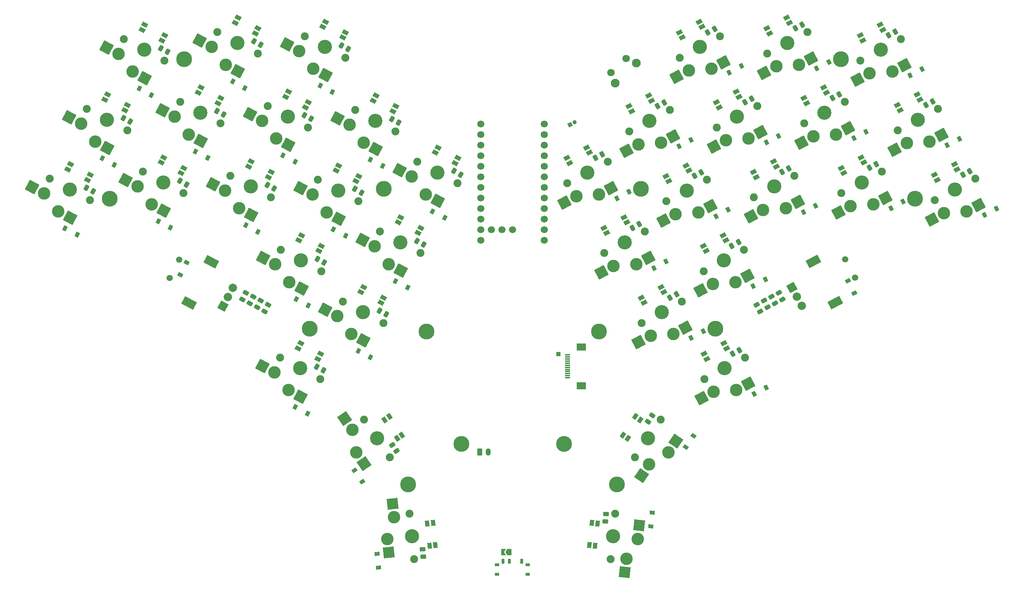
<source format=gbs>
G04 #@! TF.GenerationSoftware,KiCad,Pcbnew,8.0.1*
G04 #@! TF.CreationDate,2025-01-05T22:43:36+02:00*
G04 #@! TF.ProjectId,DeeDee_v1,44656544-6565-45f7-9631-2e6b69636164,v1.0.0*
G04 #@! TF.SameCoordinates,Original*
G04 #@! TF.FileFunction,Soldermask,Bot*
G04 #@! TF.FilePolarity,Negative*
%FSLAX46Y46*%
G04 Gerber Fmt 4.6, Leading zero omitted, Abs format (unit mm)*
G04 Created by KiCad (PCBNEW 8.0.1) date 2025-01-05 22:43:36*
%MOMM*%
%LPD*%
G01*
G04 APERTURE LIST*
G04 Aperture macros list*
%AMRoundRect*
0 Rectangle with rounded corners*
0 $1 Rounding radius*
0 $2 $3 $4 $5 $6 $7 $8 $9 X,Y pos of 4 corners*
0 Add a 4 corners polygon primitive as box body*
4,1,4,$2,$3,$4,$5,$6,$7,$8,$9,$2,$3,0*
0 Add four circle primitives for the rounded corners*
1,1,$1+$1,$2,$3*
1,1,$1+$1,$4,$5*
1,1,$1+$1,$6,$7*
1,1,$1+$1,$8,$9*
0 Add four rect primitives between the rounded corners*
20,1,$1+$1,$2,$3,$4,$5,0*
20,1,$1+$1,$4,$5,$6,$7,0*
20,1,$1+$1,$6,$7,$8,$9,0*
20,1,$1+$1,$8,$9,$2,$3,0*%
%AMHorizOval*
0 Thick line with rounded ends*
0 $1 width*
0 $2 $3 position (X,Y) of the first rounded end (center of the circle)*
0 $4 $5 position (X,Y) of the second rounded end (center of the circle)*
0 Add line between two ends*
20,1,$1,$2,$3,$4,$5,0*
0 Add two circle primitives to create the rounded ends*
1,1,$1,$2,$3*
1,1,$1,$4,$5*%
%AMRotRect*
0 Rectangle, with rotation*
0 The origin of the aperture is its center*
0 $1 length*
0 $2 width*
0 $3 Rotation angle, in degrees counterclockwise*
0 Add horizontal line*
21,1,$1,$2,0,0,$3*%
%AMFreePoly0*
4,1,6,1.000000,0.000000,0.500000,-0.750000,-0.500000,-0.750000,-0.500000,0.750000,0.500000,0.750000,1.000000,0.000000,1.000000,0.000000,$1*%
%AMFreePoly1*
4,1,6,0.500000,-0.750000,-0.650000,-0.750000,-0.150000,0.000000,-0.650000,0.750000,0.500000,0.750000,0.500000,-0.750000,0.500000,-0.750000,$1*%
G04 Aperture macros list end*
%ADD10C,3.800000*%
%ADD11R,1.300000X0.300000*%
%ADD12R,2.200000X1.800000*%
%ADD13RoundRect,0.250000X0.519855X0.034014X0.226279X0.469259X-0.519855X-0.034014X-0.226279X-0.469259X0*%
%ADD14RoundRect,0.250000X0.474974X-0.214024X0.420096X0.308100X-0.474974X0.214024X-0.420096X-0.308100X0*%
%ADD15RoundRect,0.250000X0.443036X0.274090X-0.020512X0.520563X-0.443036X-0.274090X0.020512X-0.520563X0*%
%ADD16RoundRect,0.250000X-0.020512X-0.520563X0.443036X-0.274090X0.020512X0.520563X-0.443036X0.274090X0*%
%ADD17RotRect,1.000000X1.000000X118.000000*%
%ADD18HorizOval,1.000000X0.000000X0.000000X0.000000X0.000000X0*%
%ADD19RoundRect,0.250000X0.420096X-0.308100X0.474974X0.214024X-0.420096X0.308100X-0.474974X-0.214024X0*%
%ADD20RoundRect,0.250000X0.226279X-0.469259X0.519855X-0.034014X-0.226279X0.469259X-0.519855X0.034014X0*%
%ADD21RoundRect,0.250000X0.274090X-0.443036X0.520563X0.020512X-0.274090X0.443036X-0.520563X-0.020512X0*%
%ADD22RotRect,3.200000X2.000000X152.000000*%
%ADD23C,1.500000*%
%ADD24RotRect,2.000000X2.000000X152.000000*%
%ADD25C,2.000000*%
%ADD26RotRect,3.200000X2.000000X28.000000*%
%ADD27RotRect,2.000000X2.000000X28.000000*%
%ADD28RoundRect,0.240000X-0.360000X-0.635000X0.360000X-0.635000X0.360000X0.635000X-0.360000X0.635000X0*%
%ADD29O,1.200000X1.750000*%
%ADD30RoundRect,0.090000X-0.210000X-0.535000X0.210000X-0.535000X0.210000X0.535000X-0.210000X0.535000X0*%
%ADD31RoundRect,0.105000X0.445000X-0.245000X0.445000X0.245000X-0.445000X0.245000X-0.445000X-0.245000X0*%
%ADD32C,1.800000*%
%ADD33C,2.100000*%
%ADD34RoundRect,0.250000X0.520563X-0.020512X0.274090X0.443036X-0.520563X0.020512X-0.274090X-0.443036X0*%
%ADD35RotRect,1.400000X1.000000X28.000000*%
%ADD36RotRect,0.900000X1.200000X96.000000*%
%ADD37C,1.900000*%
%ADD38C,3.000000*%
%ADD39C,3.400000*%
%ADD40RotRect,2.600000X2.600000X152.000000*%
%ADD41RotRect,0.900000X1.200000X124.000000*%
%ADD42RotRect,1.400000X1.000000X332.000000*%
%ADD43RotRect,2.600000X2.600000X208.000000*%
%ADD44RotRect,0.900000X1.200000X152.000000*%
%ADD45RotRect,0.900000X1.200000X62.000000*%
%ADD46RotRect,2.600000X2.600000X264.000000*%
%ADD47RotRect,0.900000X1.200000X208.000000*%
%ADD48RotRect,1.400000X1.000000X84.000000*%
%ADD49C,1.700000*%
%ADD50FreePoly0,180.000000*%
%ADD51FreePoly1,180.000000*%
%ADD52RotRect,1.400000X1.000000X56.000000*%
%ADD53RotRect,1.400000X1.000000X304.000000*%
%ADD54RotRect,2.600000X2.600000X236.000000*%
%ADD55RotRect,2.600000X2.600000X96.000000*%
%ADD56RotRect,2.600000X2.600000X124.000000*%
%ADD57RotRect,0.900000X1.200000X264.000000*%
%ADD58R,1.000000X1.000000*%
%ADD59RotRect,0.900000X1.200000X236.000000*%
%ADD60RotRect,0.900000X1.200000X118.000000*%
%ADD61RotRect,1.400000X1.000000X276.000000*%
G04 APERTURE END LIST*
D10*
X193525000Y-160925000D03*
D11*
X219056467Y-144986688D03*
X219056468Y-144486689D03*
X219056467Y-143986688D03*
X219056466Y-143486687D03*
X219056466Y-142986689D03*
X219056467Y-142486688D03*
X219056467Y-141986688D03*
X219056466Y-141486687D03*
X219056466Y-140986689D03*
X219056467Y-140486688D03*
X219056470Y-139986688D03*
X219056467Y-139486688D03*
D12*
X222306466Y-137586688D03*
X222306466Y-146886688D03*
D10*
X218200000Y-160925000D03*
D13*
X178014106Y-162621365D03*
X176993576Y-161108373D03*
D14*
X184401861Y-188005294D03*
X184211097Y-186190294D03*
D15*
X169579444Y-100490099D03*
X167968062Y-99633315D03*
X193397521Y-96165841D03*
X191786139Y-95309057D03*
X160457012Y-143207555D03*
X158845630Y-142350771D03*
D16*
X258458503Y-113275592D03*
X260069885Y-112418808D03*
D10*
X157118565Y-133164714D03*
D17*
X219605556Y-84222313D03*
D18*
X220726899Y-83626083D03*
D16*
X291541037Y-94552725D03*
X293152419Y-93695941D03*
X261619832Y-78750153D03*
X263231214Y-77893369D03*
D15*
X178499407Y-83714091D03*
X176888025Y-82857307D03*
D19*
X228099570Y-179551858D03*
X228290334Y-177736858D03*
D16*
X270539794Y-95526153D03*
X272151176Y-94669369D03*
X313950702Y-96228138D03*
X315562084Y-95371354D03*
D15*
X166418115Y-65964656D03*
X164806733Y-65107872D03*
X127576949Y-98543237D03*
X125965567Y-97686453D03*
D10*
X254494365Y-133164711D03*
D20*
X238351970Y-155574546D03*
X239372502Y-154061554D03*
D16*
X240618582Y-79723584D03*
X242229964Y-78866800D03*
X273701113Y-61000716D03*
X275312495Y-60143932D03*
D15*
X175557605Y-129717851D03*
X173946223Y-128861067D03*
D21*
X140970743Y-126178518D03*
X141827529Y-124567139D03*
X142758711Y-127129199D03*
X143615499Y-125517818D03*
X144546681Y-128079880D03*
X145403469Y-126468499D03*
X146334651Y-129030559D03*
X147191437Y-127419180D03*
D22*
X128239013Y-127028304D03*
X133497094Y-117139291D03*
D23*
X123513741Y-121004867D03*
X125861099Y-116590129D03*
D24*
X136316481Y-127812203D03*
D25*
X138663838Y-123397467D03*
X137490160Y-125604835D03*
D16*
X243560382Y-125727347D03*
X245171764Y-124870563D03*
D10*
X185150000Y-133900000D03*
D16*
X258660978Y-139217045D03*
X260272360Y-138360261D03*
D10*
X230872274Y-170597886D03*
D16*
X225720466Y-92175336D03*
X227331848Y-91318552D03*
D26*
X278078279Y-117068654D03*
X283336360Y-126957667D03*
D23*
X285714275Y-116519491D03*
X288061630Y-120934228D03*
D27*
X272911534Y-123326828D03*
D25*
X275258891Y-127741566D03*
X274085212Y-125534195D03*
D16*
X282621078Y-77776722D03*
X284232460Y-76919938D03*
D10*
X284635100Y-68438087D03*
D16*
X252699872Y-61974153D03*
X254311254Y-61117369D03*
D10*
X126977827Y-68438087D03*
D28*
X198006462Y-162821682D03*
D29*
X200006464Y-162821684D03*
D16*
X296110784Y-62676130D03*
X297722166Y-61819346D03*
D10*
X236654447Y-99612701D03*
X226550000Y-133900000D03*
D30*
X208056467Y-189101038D03*
X205056468Y-189101040D03*
X203556469Y-189101040D03*
D31*
X209506469Y-192251040D03*
X209506469Y-189951041D03*
X202106467Y-192251037D03*
X202106467Y-189951038D03*
D15*
X105167283Y-100218644D03*
X103555901Y-99361860D03*
X123007199Y-66666638D03*
X121395817Y-65809854D03*
D10*
X174958486Y-99612703D03*
X302475018Y-101990096D03*
D32*
X233096433Y-68248242D03*
X229454579Y-71674156D03*
D33*
X230439162Y-74180268D03*
X235537760Y-69383987D03*
D15*
X160659484Y-117266102D03*
X159048102Y-116409318D03*
D10*
X109137913Y-101990096D03*
D15*
X184477559Y-112941845D03*
X182866177Y-112085061D03*
X157498154Y-82740662D03*
X155886772Y-81883878D03*
X136496904Y-81767234D03*
X134885522Y-80910450D03*
X114087243Y-83442640D03*
X112475861Y-82585856D03*
D10*
X180740646Y-170597884D03*
D34*
X265278285Y-129030559D03*
X264421499Y-127419180D03*
X267066255Y-128079880D03*
X266209469Y-126468499D03*
X268854223Y-127129199D03*
X267997437Y-125517818D03*
X270642193Y-126178518D03*
X269785407Y-124567139D03*
D16*
X249538543Y-96499590D03*
X251149925Y-95642806D03*
D15*
X148578196Y-99516662D03*
X146966814Y-98659878D03*
D16*
X305030744Y-79452133D03*
X306642126Y-78595349D03*
X234640426Y-108951339D03*
X236251808Y-108094555D03*
D15*
X145416866Y-64991222D03*
X143805484Y-64134438D03*
D35*
X269131860Y-94236145D03*
X268474599Y-93000017D03*
X263706682Y-95535163D03*
X264363943Y-96771291D03*
D36*
X173667328Y-190629234D03*
X173322384Y-187347312D03*
D35*
X290133113Y-93262711D03*
X289475852Y-92026583D03*
X284707935Y-94561729D03*
X285365196Y-95797857D03*
D37*
X177764560Y-85815024D03*
D38*
X170114992Y-88486469D03*
D39*
X172908348Y-83232930D03*
D38*
X166733092Y-84196626D03*
D37*
X168052136Y-80650836D03*
D40*
X173006647Y-90023989D03*
X163841438Y-82659106D03*
D35*
X257253052Y-137927030D03*
X256595791Y-136690902D03*
X251827874Y-139226048D03*
X252485135Y-140462176D03*
D41*
X169767937Y-169977718D03*
X167922601Y-167241894D03*
D42*
X168250232Y-97744718D03*
X168907493Y-96508590D03*
X164139576Y-93973444D03*
X163482315Y-95209572D03*
D35*
X224312540Y-90885320D03*
X223655279Y-89649192D03*
X218887362Y-92184338D03*
X219544623Y-93420466D03*
D37*
X299052997Y-63603383D03*
D38*
X296990141Y-71439016D03*
D39*
X294196785Y-66185477D03*
D38*
X291542565Y-71843888D03*
D37*
X289340573Y-68767571D03*
D43*
X299881795Y-69901497D03*
X288650912Y-73381408D03*
D37*
X144682021Y-67092160D03*
D38*
X137032453Y-69763605D03*
D39*
X139825809Y-64510066D03*
D38*
X133650553Y-65473762D03*
D37*
X134969597Y-61927972D03*
D40*
X139924108Y-71301125D03*
X130758899Y-63936242D03*
D42*
X183148352Y-110196469D03*
X183805613Y-108960341D03*
X179037696Y-106425195D03*
X178380435Y-107661323D03*
D44*
X162590785Y-76331274D03*
X159677057Y-74782020D03*
X189570193Y-106532456D03*
X186656465Y-104983202D03*
D45*
X126060987Y-120218702D03*
X127610241Y-117304974D03*
D42*
X174228389Y-126972471D03*
X174885650Y-125736343D03*
X170117733Y-123201197D03*
X169460472Y-124437325D03*
D44*
X156629682Y-153574168D03*
X153715954Y-152024914D03*
X156832156Y-127632716D03*
X153918428Y-126083462D03*
D42*
X165088903Y-63219277D03*
X165746164Y-61983149D03*
X160978247Y-59448003D03*
X160320986Y-60684131D03*
D37*
X316892915Y-97155395D03*
D38*
X314830059Y-104991028D03*
D39*
X312036703Y-99737489D03*
D38*
X309382483Y-105395900D03*
D37*
X307180491Y-102319583D03*
D43*
X317721713Y-103453509D03*
X306490830Y-106933420D03*
D42*
X103838074Y-97473268D03*
X104495335Y-96237140D03*
X99727418Y-93701994D03*
X99070157Y-94938122D03*
D37*
X230513559Y-177631168D03*
D39*
X229938650Y-183101039D03*
D38*
X235856054Y-183722983D03*
X233145467Y-188465630D03*
D37*
X229363741Y-188570910D03*
D46*
X236198386Y-180465925D03*
X232803135Y-191722689D03*
D42*
X121677993Y-63921259D03*
X122335254Y-62685131D03*
X117567337Y-60149985D03*
X116910076Y-61386113D03*
D47*
X257604024Y-104612746D03*
X254690296Y-106161998D03*
D37*
X168844602Y-102591030D03*
D38*
X161195034Y-105262475D03*
D39*
X163988390Y-100008936D03*
D38*
X157813134Y-100972632D03*
D37*
X159132178Y-97426842D03*
D40*
X164086689Y-106799995D03*
X154921480Y-99435112D03*
D35*
X248130619Y-95209577D03*
X247473358Y-93973449D03*
X242705441Y-96508595D03*
X243362702Y-97744723D03*
D42*
X156168944Y-79995285D03*
X156826205Y-78759157D03*
X152058288Y-76224011D03*
X151401027Y-77460139D03*
D37*
X261603192Y-140144298D03*
D38*
X259540336Y-147979931D03*
D39*
X256746980Y-142726392D03*
D38*
X254092760Y-148384803D03*
D37*
X251890768Y-145308486D03*
D43*
X262431990Y-146442412D03*
X251201107Y-149922323D03*
D47*
X313096221Y-87565287D03*
X310182493Y-89114539D03*
D37*
X159722164Y-145308493D03*
D38*
X152072596Y-147979938D03*
D39*
X154865952Y-142726399D03*
D38*
X148690696Y-143690095D03*
D37*
X150009740Y-140144305D03*
D40*
X154964251Y-149517458D03*
X145799042Y-142152575D03*
D47*
X260765351Y-70087306D03*
X257851623Y-71636558D03*
X304176264Y-70789282D03*
X301262536Y-72338534D03*
X233785942Y-100288489D03*
X230872214Y-101837741D03*
D37*
X228662678Y-93102585D03*
D38*
X226599822Y-100938218D03*
D39*
X223806466Y-95684679D03*
D38*
X221152246Y-101343090D03*
D37*
X218950254Y-98266773D03*
D43*
X229491476Y-99400699D03*
X218260593Y-102880610D03*
D44*
X119179876Y-77033251D03*
X116266148Y-75483997D03*
D37*
X264562046Y-79677411D03*
D38*
X262499190Y-87513044D03*
D39*
X259705834Y-82259505D03*
D38*
X257051614Y-87917916D03*
D37*
X254849622Y-84841599D03*
D43*
X265390844Y-85975525D03*
X254159961Y-89455436D03*
D44*
X165752114Y-110856710D03*
X162838386Y-109307456D03*
D47*
X242705904Y-117064491D03*
X239792176Y-118613743D03*
D44*
X174672074Y-94080707D03*
X171758346Y-92531453D03*
D37*
X126842106Y-100644169D03*
D38*
X119192538Y-103315614D03*
D39*
X121985894Y-98062075D03*
D38*
X115810638Y-99025771D03*
D37*
X117129682Y-95479981D03*
D40*
X122084193Y-104853134D03*
X112918984Y-97488251D03*
D37*
X113352400Y-85543573D03*
D38*
X105702832Y-88215018D03*
D39*
X108496188Y-82961479D03*
D38*
X102320932Y-83925175D03*
D37*
X103639976Y-80379385D03*
D40*
X108594487Y-89752538D03*
X99429278Y-82387655D03*
D47*
X322016183Y-104341294D03*
X319102455Y-105890546D03*
D37*
X276643333Y-61927973D03*
D38*
X274580477Y-69763606D03*
D39*
X271787121Y-64510067D03*
D38*
X269132901Y-70168478D03*
D37*
X266930909Y-67092161D03*
D43*
X277472131Y-68226087D03*
X266241248Y-71705998D03*
D44*
X141589536Y-75357844D03*
X138675808Y-73808590D03*
D35*
X233232497Y-107661323D03*
X232575236Y-106425195D03*
X227807319Y-108960341D03*
X228464580Y-110196469D03*
X239210654Y-78433569D03*
X238553393Y-77197441D03*
X233785476Y-79732587D03*
X234442737Y-80968715D03*
D47*
X290686560Y-85889877D03*
X287772832Y-87439129D03*
X299606518Y-102665878D03*
X296692790Y-104215130D03*
D37*
X261400713Y-114202844D03*
D38*
X259337857Y-122038477D03*
D39*
X256544501Y-116784938D03*
D38*
X253890281Y-122443349D03*
D37*
X251688289Y-119367032D03*
D43*
X262229511Y-120500958D03*
X250998628Y-123980869D03*
D48*
X226242788Y-179997717D03*
X224850458Y-179851378D03*
X224286004Y-185221797D03*
X225678334Y-185368136D03*
D42*
X159127795Y-140462175D03*
X159785056Y-139226047D03*
X155017139Y-136690901D03*
X154359878Y-137927029D03*
D49*
X213426466Y-83984679D03*
X213426467Y-86524677D03*
X213426466Y-89064678D03*
X213426466Y-91604682D03*
X213426465Y-94144678D03*
X213426466Y-96684678D03*
X213426465Y-99224678D03*
X213426467Y-101764676D03*
X213426466Y-104304678D03*
X213426467Y-106844679D03*
X213426466Y-109384677D03*
X213426466Y-111924678D03*
X198186466Y-111924678D03*
X198186466Y-109384677D03*
X198186465Y-106844679D03*
X198186466Y-104304678D03*
X198186466Y-101764674D03*
X198186467Y-99224678D03*
X198186466Y-96684678D03*
X198186467Y-94144678D03*
X198186465Y-91604680D03*
X198186466Y-89064678D03*
X198186465Y-86524677D03*
X198186466Y-83984679D03*
X200726466Y-109384678D03*
X203266466Y-109384679D03*
X205806466Y-109384678D03*
D37*
X104432441Y-102319578D03*
D38*
X96782873Y-104991023D03*
D39*
X99576229Y-99737484D03*
D38*
X93400973Y-100701180D03*
D37*
X94720017Y-97155390D03*
D40*
X99674528Y-106528543D03*
X90509319Y-99163660D03*
D50*
X205075000Y-186850000D03*
D51*
X203625000Y-186850000D03*
D37*
X255642082Y-62901400D03*
D38*
X253579226Y-70737033D03*
D39*
X250785870Y-65483494D03*
D38*
X248131650Y-71141905D03*
D37*
X245929658Y-68065588D03*
D43*
X256470880Y-69199514D03*
X245239997Y-72679425D03*
D37*
X135762064Y-83868162D03*
D38*
X128112496Y-86539607D03*
D39*
X130905852Y-81286068D03*
D38*
X124730596Y-82249764D03*
D37*
X126049640Y-78703974D03*
D40*
X131004151Y-88077127D03*
X121838942Y-80712244D03*
D42*
X192068307Y-93420465D03*
X192725568Y-92184337D03*
X187957651Y-89649191D03*
X187300390Y-90885319D03*
D47*
X266726455Y-147330203D03*
X263812727Y-148879455D03*
D35*
X260211905Y-77460140D03*
X259554644Y-76224012D03*
X254786727Y-78759158D03*
X255443988Y-79995286D03*
D52*
X236503219Y-155096509D03*
X235342566Y-154313639D03*
X232322923Y-158790441D03*
X233483576Y-159573311D03*
D47*
X248684058Y-87836737D03*
X245770330Y-89385989D03*
X281766593Y-69113870D03*
X278852865Y-70663122D03*
X266523982Y-121388747D03*
X263610254Y-122937999D03*
D37*
X294483249Y-95479979D03*
D38*
X292420393Y-103315612D03*
D39*
X289627037Y-98062073D03*
D38*
X286972817Y-103720484D03*
D37*
X284770825Y-100644167D03*
D43*
X295312047Y-101778093D03*
X284081164Y-105258004D03*
D53*
X178129353Y-159573310D03*
X179290006Y-158790440D03*
X176270363Y-154313638D03*
X175109710Y-155096508D03*
D37*
X307972958Y-80379384D03*
D38*
X305910102Y-88215017D03*
D39*
X303116746Y-82961478D03*
D38*
X300462526Y-88619889D03*
D37*
X298260534Y-85543572D03*
D43*
X308801756Y-86677498D03*
X297570873Y-90157409D03*
D42*
X112758033Y-80697265D03*
X113415294Y-79461137D03*
X108647377Y-76925991D03*
X107990116Y-78162119D03*
D35*
X257050577Y-111985575D03*
X256393316Y-110749447D03*
X251625399Y-113284593D03*
X252282660Y-114520721D03*
D47*
X269685314Y-86863310D03*
X266771586Y-88412562D03*
D35*
X281213149Y-76486704D03*
X280555888Y-75250576D03*
X275787971Y-77785722D03*
X276445232Y-79021850D03*
D37*
X241385111Y-155011977D03*
D38*
X243242324Y-162898882D03*
D39*
X238309550Y-159571684D03*
D38*
X238622477Y-165813848D03*
D37*
X235233989Y-164131391D03*
D54*
X245073681Y-160183783D03*
X236791122Y-168528944D03*
D44*
X132669578Y-92133847D03*
X129755850Y-90584593D03*
D37*
X252480759Y-97426842D03*
D38*
X250417903Y-105262475D03*
D39*
X247624547Y-100008936D03*
D38*
X244970327Y-105667347D03*
D37*
X242768335Y-102591030D03*
D43*
X253309557Y-103724956D03*
X242078674Y-107204867D03*
D37*
X285563295Y-78703972D03*
D38*
X283500439Y-86539605D03*
D39*
X280707083Y-81286066D03*
D38*
X278052863Y-86944477D03*
D37*
X275850871Y-83868160D03*
D43*
X286392093Y-85002086D03*
X275161210Y-88481997D03*
D35*
X312542777Y-94938121D03*
X311885516Y-93701993D03*
X307117599Y-96237139D03*
X307774860Y-97473267D03*
D37*
X122272358Y-68767567D03*
D38*
X114622790Y-71439012D03*
D39*
X117416146Y-66185473D03*
D38*
X111240890Y-67149169D03*
D37*
X112559934Y-63603379D03*
D40*
X117514445Y-72976532D03*
X108349236Y-65611649D03*
D44*
X101339953Y-110585260D03*
X98426225Y-109036006D03*
D42*
X126247736Y-95797857D03*
X126904997Y-94561729D03*
X122137080Y-92026583D03*
X121479819Y-93262711D03*
D44*
X144750867Y-109883279D03*
X141837139Y-108334025D03*
D35*
X303622817Y-78162112D03*
X302965556Y-76925984D03*
X298197639Y-79461130D03*
X298854900Y-80697258D03*
D44*
X123749618Y-108909846D03*
X120835890Y-107360592D03*
D35*
X272293195Y-59710704D03*
X271635934Y-58474576D03*
X266868017Y-61009722D03*
X267525278Y-62245850D03*
D37*
X156763313Y-84841595D03*
D38*
X149113745Y-87513040D03*
D39*
X151907101Y-82259501D03*
D38*
X145731845Y-83223197D03*
D37*
X147050889Y-79677407D03*
D40*
X152005400Y-89050560D03*
X142840191Y-81685677D03*
D37*
X182249190Y-188570907D03*
D38*
X175756877Y-183722982D03*
D39*
X181674282Y-183101037D03*
D38*
X177422183Y-178520409D03*
D37*
X181099374Y-177631167D03*
D55*
X176099206Y-186980041D03*
X177079852Y-175263350D03*
D37*
X176378942Y-164131389D03*
D38*
X168370607Y-162898880D03*
D39*
X173303381Y-159571682D03*
D38*
X167398526Y-157523467D03*
D37*
X170227820Y-155011975D03*
D56*
X170201963Y-165613979D03*
X165567169Y-154808367D03*
D44*
X171730276Y-140084465D03*
X168816548Y-138535211D03*
D42*
X159330271Y-114520731D03*
X159987532Y-113284603D03*
X155219615Y-110749457D03*
X154562354Y-111985585D03*
D57*
X239335831Y-177402086D03*
X238990887Y-180684008D03*
D44*
X153670825Y-93107277D03*
X150757097Y-91558023D03*
D42*
X135167694Y-79021851D03*
X135824955Y-77785723D03*
X131057038Y-75250577D03*
X130399777Y-76486705D03*
D37*
X192662673Y-98266778D03*
D38*
X185013105Y-100938223D03*
D39*
X187806461Y-95684684D03*
D38*
X181631205Y-96648380D03*
D37*
X182950249Y-93102590D03*
D40*
X187904760Y-102475743D03*
X178739551Y-95110860D03*
D37*
X273482005Y-96453408D03*
D38*
X271419149Y-104289041D03*
D39*
X268625793Y-99035502D03*
D38*
X265971573Y-104693913D03*
D37*
X263769581Y-101617596D03*
D43*
X274310803Y-102751522D03*
X263079920Y-106231433D03*
D37*
X237582637Y-109878592D03*
D38*
X235519781Y-117714225D03*
D39*
X232726425Y-112460686D03*
D38*
X230072205Y-118119097D03*
D37*
X227870213Y-115042780D03*
D43*
X238411435Y-116176706D03*
X227180552Y-119656617D03*
D44*
X110259914Y-93809255D03*
X107346186Y-92260001D03*
D47*
X278605270Y-103639308D03*
X275691542Y-105188560D03*
D37*
X147843354Y-101617598D03*
D38*
X140193786Y-104289043D03*
D39*
X142987142Y-99035504D03*
D38*
X136811886Y-99999200D03*
D37*
X138130930Y-96453410D03*
D40*
X143085441Y-105826563D03*
X133920232Y-98461680D03*
D58*
X216860018Y-139292418D03*
D37*
X183742718Y-115042778D03*
D38*
X176093150Y-117714223D03*
D39*
X178886506Y-112460684D03*
D38*
X172711250Y-113424380D03*
D37*
X174030294Y-109878590D03*
D40*
X178984805Y-119251743D03*
X169819596Y-111886860D03*
D37*
X174822759Y-131818784D03*
D38*
X167173191Y-134490229D03*
D39*
X169966547Y-129236690D03*
D38*
X163791291Y-130200386D03*
D37*
X165110335Y-126654596D03*
D40*
X170064846Y-136027749D03*
X160899637Y-128662866D03*
D35*
X251291947Y-60684133D03*
X250634686Y-59448005D03*
X245866769Y-61983151D03*
X246524030Y-63219279D03*
D59*
X249282264Y-158951522D03*
X247436928Y-161687346D03*
D37*
X243560796Y-80650839D03*
D38*
X241497940Y-88486472D03*
D39*
X238704584Y-83232933D03*
D38*
X236050364Y-88891344D03*
D37*
X233848372Y-85815027D03*
D43*
X244389594Y-86948953D03*
X233158711Y-90428864D03*
D42*
X144087654Y-62245848D03*
X144744915Y-61009720D03*
X139976998Y-58474574D03*
X139319737Y-59710702D03*
D37*
X246502599Y-126654599D03*
D38*
X244439743Y-134490232D03*
D39*
X241646387Y-129236693D03*
D38*
X238992167Y-134895104D03*
D37*
X236790175Y-131818787D03*
D43*
X247331397Y-132952713D03*
X236100514Y-136432624D03*
D42*
X177170187Y-80968715D03*
X177827448Y-79732587D03*
X173059531Y-77197441D03*
X172402270Y-78433569D03*
X147248985Y-96771286D03*
X147906246Y-95535158D03*
X143138329Y-93000012D03*
X142481068Y-94236140D03*
D60*
X287899303Y-124633433D03*
X286350051Y-121719705D03*
D47*
X251625863Y-133840496D03*
X248712135Y-135389748D03*
D35*
X242152456Y-124437325D03*
X241495195Y-123201197D03*
X236727278Y-125736343D03*
X237384539Y-126972471D03*
D37*
X159924641Y-119367037D03*
D38*
X152275073Y-122038482D03*
D39*
X155068429Y-116784943D03*
D38*
X148893173Y-117748639D03*
D37*
X150212217Y-114202849D03*
D40*
X155166728Y-123576002D03*
X146001519Y-116211119D03*
D37*
X165683275Y-68065587D03*
D38*
X158033707Y-70737032D03*
D39*
X160827063Y-65483493D03*
D38*
X154651807Y-66447189D03*
D37*
X155970851Y-62901399D03*
D40*
X160925362Y-72274552D03*
X151760153Y-64909669D03*
D61*
X185934594Y-185368134D03*
X187326924Y-185221796D03*
X186762470Y-179851376D03*
X185370140Y-179997714D03*
D44*
X180650228Y-123308465D03*
X177736500Y-121759211D03*
D35*
X294702855Y-61386111D03*
X294045594Y-60149983D03*
X289277677Y-62685129D03*
X289934938Y-63921257D03*
M02*

</source>
